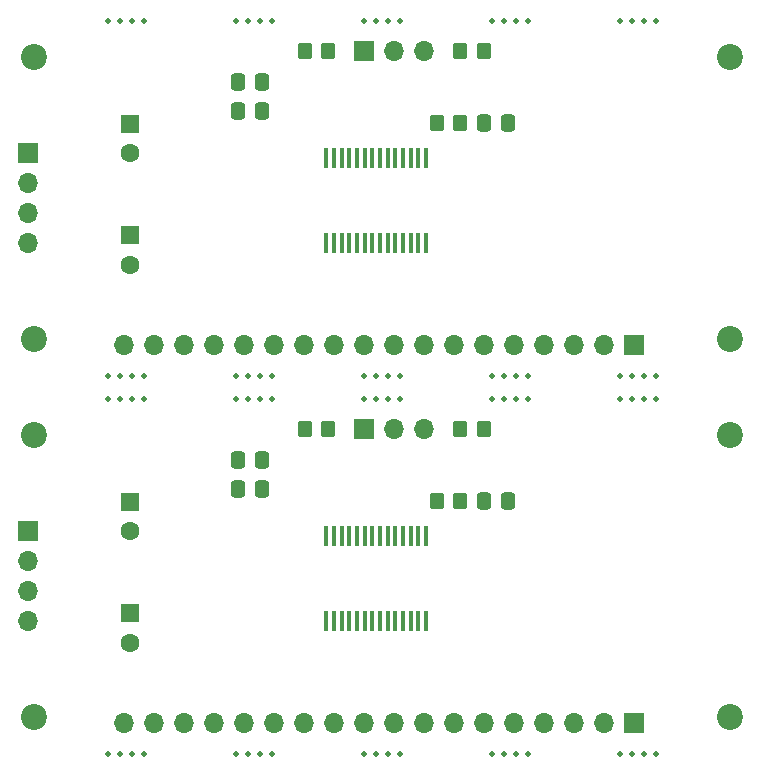
<source format=gbr>
%TF.GenerationSoftware,KiCad,Pcbnew,8.0.4*%
%TF.CreationDate,2024-08-18T00:19:52+02:00*%
%TF.ProjectId,untitled,756e7469-746c-4656-942e-6b696361645f,rev?*%
%TF.SameCoordinates,Original*%
%TF.FileFunction,Soldermask,Top*%
%TF.FilePolarity,Negative*%
%FSLAX46Y46*%
G04 Gerber Fmt 4.6, Leading zero omitted, Abs format (unit mm)*
G04 Created by KiCad (PCBNEW 8.0.4) date 2024-08-18 00:19:52*
%MOMM*%
%LPD*%
G01*
G04 APERTURE LIST*
G04 Aperture macros list*
%AMRoundRect*
0 Rectangle with rounded corners*
0 $1 Rounding radius*
0 $2 $3 $4 $5 $6 $7 $8 $9 X,Y pos of 4 corners*
0 Add a 4 corners polygon primitive as box body*
4,1,4,$2,$3,$4,$5,$6,$7,$8,$9,$2,$3,0*
0 Add four circle primitives for the rounded corners*
1,1,$1+$1,$2,$3*
1,1,$1+$1,$4,$5*
1,1,$1+$1,$6,$7*
1,1,$1+$1,$8,$9*
0 Add four rect primitives between the rounded corners*
20,1,$1+$1,$2,$3,$4,$5,0*
20,1,$1+$1,$4,$5,$6,$7,0*
20,1,$1+$1,$6,$7,$8,$9,0*
20,1,$1+$1,$8,$9,$2,$3,0*%
G04 Aperture macros list end*
%ADD10R,1.600000X1.600000*%
%ADD11C,1.600000*%
%ADD12RoundRect,0.250000X-0.350000X-0.450000X0.350000X-0.450000X0.350000X0.450000X-0.350000X0.450000X0*%
%ADD13C,0.500000*%
%ADD14C,2.200000*%
%ADD15RoundRect,0.250000X0.350000X0.450000X-0.350000X0.450000X-0.350000X-0.450000X0.350000X-0.450000X0*%
%ADD16R,0.450000X1.750000*%
%ADD17R,1.700000X1.700000*%
%ADD18O,1.700000X1.700000*%
%ADD19RoundRect,0.250000X-0.337500X-0.475000X0.337500X-0.475000X0.337500X0.475000X-0.337500X0.475000X0*%
G04 APERTURE END LIST*
D10*
%TO.C,C5*%
X127176000Y-35676500D03*
D11*
X127176000Y-38176500D03*
%TD*%
D12*
%TO.C,R2*%
X141940000Y-61540500D03*
X143940000Y-61540500D03*
%TD*%
D13*
%TO.C,KiKit_MB_20_3*%
X169666666Y-89000500D03*
%TD*%
%TO.C,KiKit_MB_15_4*%
X171666666Y-59000500D03*
%TD*%
D14*
%TO.C,REF\u002A\u002A*%
X177976000Y-85924500D03*
%TD*%
D13*
%TO.C,KiKit_MB_6_3*%
X126333334Y-57000500D03*
%TD*%
%TO.C,KiKit_MB_3_3*%
X149000000Y-27000500D03*
%TD*%
%TO.C,KiKit_MB_7_1*%
X139166667Y-57000500D03*
%TD*%
%TO.C,KiKit_MB_11_4*%
X128333334Y-59000500D03*
%TD*%
%TO.C,KiKit_MB_7_3*%
X137166667Y-57000500D03*
%TD*%
D10*
%TO.C,C5*%
X127176000Y-67676500D03*
D11*
X127176000Y-70176500D03*
%TD*%
D13*
%TO.C,KiKit_MB_16_1*%
X128333334Y-89000500D03*
%TD*%
%TO.C,KiKit_MB_17_1*%
X139166667Y-89000500D03*
%TD*%
D15*
%TO.C,R1*%
X155116000Y-35636500D03*
X153116000Y-35636500D03*
%TD*%
D16*
%TO.C,U1*%
X143779000Y-77796500D03*
X144429000Y-77796500D03*
X145079000Y-77796500D03*
X145729000Y-77796500D03*
X146379000Y-77796500D03*
X147029000Y-77796500D03*
X147679000Y-77796500D03*
X148329000Y-77796500D03*
X148979000Y-77796500D03*
X149629000Y-77796500D03*
X150279000Y-77796500D03*
X150929000Y-77796500D03*
X151579000Y-77796500D03*
X152229000Y-77796500D03*
X152229000Y-70596500D03*
X151579000Y-70596500D03*
X150929000Y-70596500D03*
X150279000Y-70596500D03*
X149629000Y-70596500D03*
X148979000Y-70596500D03*
X148329000Y-70596500D03*
X147679000Y-70596500D03*
X147029000Y-70596500D03*
X146379000Y-70596500D03*
X145729000Y-70596500D03*
X145079000Y-70596500D03*
X144429000Y-70596500D03*
X143779000Y-70596500D03*
%TD*%
D13*
%TO.C,KiKit_MB_6_2*%
X127333334Y-57000500D03*
%TD*%
D17*
%TO.C,J3*%
X146988000Y-29540500D03*
D18*
X149528000Y-29540500D03*
X152068000Y-29540500D03*
%TD*%
D13*
%TO.C,KiKit_MB_16_3*%
X126333334Y-89000500D03*
%TD*%
%TO.C,KiKit_MB_13_1*%
X147000000Y-59000500D03*
%TD*%
%TO.C,KiKit_MB_13_4*%
X150000000Y-59000500D03*
%TD*%
%TO.C,KiKit_MB_7_4*%
X136166667Y-57000500D03*
%TD*%
D15*
%TO.C,R3*%
X157116000Y-29540500D03*
X155116000Y-29540500D03*
%TD*%
D13*
%TO.C,KiKit_MB_7_2*%
X138166667Y-57000500D03*
%TD*%
D12*
%TO.C,R2*%
X141940000Y-29540500D03*
X143940000Y-29540500D03*
%TD*%
D13*
%TO.C,KiKit_MB_19_4*%
X157833333Y-89000500D03*
%TD*%
D16*
%TO.C,U1*%
X143779000Y-45796500D03*
X144429000Y-45796500D03*
X145079000Y-45796500D03*
X145729000Y-45796500D03*
X146379000Y-45796500D03*
X147029000Y-45796500D03*
X147679000Y-45796500D03*
X148329000Y-45796500D03*
X148979000Y-45796500D03*
X149629000Y-45796500D03*
X150279000Y-45796500D03*
X150929000Y-45796500D03*
X151579000Y-45796500D03*
X152229000Y-45796500D03*
X152229000Y-38596500D03*
X151579000Y-38596500D03*
X150929000Y-38596500D03*
X150279000Y-38596500D03*
X149629000Y-38596500D03*
X148979000Y-38596500D03*
X148329000Y-38596500D03*
X147679000Y-38596500D03*
X147029000Y-38596500D03*
X146379000Y-38596500D03*
X145729000Y-38596500D03*
X145079000Y-38596500D03*
X144429000Y-38596500D03*
X143779000Y-38596500D03*
%TD*%
D19*
%TO.C,C8*%
X136277000Y-64118500D03*
X138352000Y-64118500D03*
%TD*%
D13*
%TO.C,KiKit_MB_9_1*%
X160833333Y-57000500D03*
%TD*%
%TO.C,KiKit_MB_2_1*%
X136166667Y-27000500D03*
%TD*%
D17*
%TO.C,J2*%
X169848000Y-86432500D03*
D18*
X167308000Y-86432500D03*
X164768000Y-86432500D03*
X162228000Y-86432500D03*
X159688000Y-86432500D03*
X157148000Y-86432500D03*
X154608000Y-86432500D03*
X152068000Y-86432500D03*
X149528000Y-86432500D03*
X146988000Y-86432500D03*
X144448000Y-86432500D03*
X141908000Y-86432500D03*
X139368000Y-86432500D03*
X136828000Y-86432500D03*
X134288000Y-86432500D03*
X131748000Y-86432500D03*
X129208000Y-86432500D03*
X126668000Y-86432500D03*
%TD*%
D13*
%TO.C,KiKit_MB_9_2*%
X159833333Y-57000500D03*
%TD*%
%TO.C,KiKit_MB_3_2*%
X148000000Y-27000500D03*
%TD*%
%TO.C,KiKit_MB_12_2*%
X137166667Y-59000500D03*
%TD*%
%TO.C,KiKit_MB_5_3*%
X170666666Y-27000500D03*
%TD*%
%TO.C,KiKit_MB_12_3*%
X138166667Y-59000500D03*
%TD*%
%TO.C,KiKit_MB_19_2*%
X159833333Y-89000500D03*
%TD*%
%TO.C,KiKit_MB_4_3*%
X159833333Y-27000500D03*
%TD*%
%TO.C,KiKit_MB_17_2*%
X138166667Y-89000500D03*
%TD*%
%TO.C,KiKit_MB_20_2*%
X170666666Y-89000500D03*
%TD*%
D17*
%TO.C,J2*%
X169848000Y-54432500D03*
D18*
X167308000Y-54432500D03*
X164768000Y-54432500D03*
X162228000Y-54432500D03*
X159688000Y-54432500D03*
X157148000Y-54432500D03*
X154608000Y-54432500D03*
X152068000Y-54432500D03*
X149528000Y-54432500D03*
X146988000Y-54432500D03*
X144448000Y-54432500D03*
X141908000Y-54432500D03*
X139368000Y-54432500D03*
X136828000Y-54432500D03*
X134288000Y-54432500D03*
X131748000Y-54432500D03*
X129208000Y-54432500D03*
X126668000Y-54432500D03*
%TD*%
D13*
%TO.C,KiKit_MB_19_3*%
X158833333Y-89000500D03*
%TD*%
%TO.C,KiKit_MB_18_4*%
X147000000Y-89000500D03*
%TD*%
D14*
%TO.C,REF\u002A\u002A*%
X177976000Y-30048500D03*
%TD*%
D13*
%TO.C,KiKit_MB_4_4*%
X160833333Y-27000500D03*
%TD*%
%TO.C,KiKit_MB_2_3*%
X138166667Y-27000500D03*
%TD*%
D19*
%TO.C,C1*%
X157126500Y-67636500D03*
X159201500Y-67636500D03*
%TD*%
D13*
%TO.C,KiKit_MB_5_2*%
X169666666Y-27000500D03*
%TD*%
D15*
%TO.C,R1*%
X155116000Y-67636500D03*
X153116000Y-67636500D03*
%TD*%
D14*
%TO.C,REF\u002A\u002A*%
X177976000Y-62048500D03*
%TD*%
D13*
%TO.C,KiKit_MB_16_2*%
X127333334Y-89000500D03*
%TD*%
%TO.C,KiKit_MB_3_4*%
X150000000Y-27000500D03*
%TD*%
%TO.C,KiKit_MB_6_1*%
X128333334Y-57000500D03*
%TD*%
%TO.C,KiKit_MB_20_1*%
X171666666Y-89000500D03*
%TD*%
%TO.C,KiKit_MB_12_1*%
X136166667Y-59000500D03*
%TD*%
%TO.C,KiKit_MB_5_4*%
X171666666Y-27000500D03*
%TD*%
D14*
%TO.C,REF\u002A\u002A*%
X119048000Y-62048500D03*
%TD*%
D13*
%TO.C,KiKit_MB_8_4*%
X147000000Y-57000500D03*
%TD*%
D14*
%TO.C,REF\u002A\u002A*%
X119048000Y-30048500D03*
%TD*%
D13*
%TO.C,KiKit_MB_9_3*%
X158833333Y-57000500D03*
%TD*%
%TO.C,KiKit_MB_10_2*%
X170666666Y-57000500D03*
%TD*%
%TO.C,KiKit_MB_11_1*%
X125333334Y-59000500D03*
%TD*%
D10*
%TO.C,C2*%
X127176000Y-45122121D03*
D11*
X127176000Y-47622121D03*
%TD*%
D13*
%TO.C,KiKit_MB_1_2*%
X126333334Y-27000500D03*
%TD*%
%TO.C,KiKit_MB_17_3*%
X137166667Y-89000500D03*
%TD*%
D19*
%TO.C,C8*%
X136277000Y-32118500D03*
X138352000Y-32118500D03*
%TD*%
D13*
%TO.C,KiKit_MB_11_2*%
X126333334Y-59000500D03*
%TD*%
%TO.C,KiKit_MB_14_3*%
X159833333Y-59000500D03*
%TD*%
%TO.C,KiKit_MB_6_4*%
X125333334Y-57000500D03*
%TD*%
%TO.C,KiKit_MB_2_2*%
X137166667Y-27000500D03*
%TD*%
%TO.C,KiKit_MB_17_4*%
X136166667Y-89000500D03*
%TD*%
D19*
%TO.C,C9*%
X136277000Y-66620500D03*
X138352000Y-66620500D03*
%TD*%
D17*
%TO.C,J4*%
X118540000Y-38176500D03*
D18*
X118540000Y-40716500D03*
X118540000Y-43256500D03*
X118540000Y-45796500D03*
%TD*%
D13*
%TO.C,KiKit_MB_18_2*%
X149000000Y-89000500D03*
%TD*%
%TO.C,KiKit_MB_20_4*%
X168666666Y-89000500D03*
%TD*%
D14*
%TO.C,REF\u002A\u002A*%
X177976000Y-53924500D03*
%TD*%
D19*
%TO.C,C9*%
X136277000Y-34620500D03*
X138352000Y-34620500D03*
%TD*%
D13*
%TO.C,KiKit_MB_14_1*%
X157833333Y-59000500D03*
%TD*%
%TO.C,KiKit_MB_8_3*%
X148000000Y-57000500D03*
%TD*%
%TO.C,KiKit_MB_15_2*%
X169666666Y-59000500D03*
%TD*%
D17*
%TO.C,J4*%
X118540000Y-70176500D03*
D18*
X118540000Y-72716500D03*
X118540000Y-75256500D03*
X118540000Y-77796500D03*
%TD*%
D13*
%TO.C,KiKit_MB_1_4*%
X128333334Y-27000500D03*
%TD*%
%TO.C,KiKit_MB_16_4*%
X125333334Y-89000500D03*
%TD*%
%TO.C,KiKit_MB_14_4*%
X160833333Y-59000500D03*
%TD*%
%TO.C,KiKit_MB_11_3*%
X127333334Y-59000500D03*
%TD*%
D14*
%TO.C,REF\u002A\u002A*%
X119048000Y-53924500D03*
%TD*%
D13*
%TO.C,KiKit_MB_18_1*%
X150000000Y-89000500D03*
%TD*%
%TO.C,KiKit_MB_13_2*%
X148000000Y-59000500D03*
%TD*%
%TO.C,KiKit_MB_12_4*%
X139166667Y-59000500D03*
%TD*%
%TO.C,KiKit_MB_10_4*%
X168666666Y-57000500D03*
%TD*%
%TO.C,KiKit_MB_5_1*%
X168666666Y-27000500D03*
%TD*%
%TO.C,KiKit_MB_15_1*%
X168666666Y-59000500D03*
%TD*%
%TO.C,KiKit_MB_8_2*%
X149000000Y-57000500D03*
%TD*%
%TO.C,KiKit_MB_19_1*%
X160833333Y-89000500D03*
%TD*%
%TO.C,KiKit_MB_8_1*%
X150000000Y-57000500D03*
%TD*%
D19*
%TO.C,C1*%
X157126500Y-35636500D03*
X159201500Y-35636500D03*
%TD*%
D15*
%TO.C,R3*%
X157116000Y-61540500D03*
X155116000Y-61540500D03*
%TD*%
D13*
%TO.C,KiKit_MB_4_2*%
X158833333Y-27000500D03*
%TD*%
%TO.C,KiKit_MB_14_2*%
X158833333Y-59000500D03*
%TD*%
%TO.C,KiKit_MB_15_3*%
X170666666Y-59000500D03*
%TD*%
%TO.C,KiKit_MB_18_3*%
X148000000Y-89000500D03*
%TD*%
%TO.C,KiKit_MB_1_3*%
X127333334Y-27000500D03*
%TD*%
%TO.C,KiKit_MB_10_1*%
X171666666Y-57000500D03*
%TD*%
%TO.C,KiKit_MB_3_1*%
X147000000Y-27000500D03*
%TD*%
D14*
%TO.C,REF\u002A\u002A*%
X119048000Y-85924500D03*
%TD*%
D17*
%TO.C,J3*%
X146988000Y-61540500D03*
D18*
X149528000Y-61540500D03*
X152068000Y-61540500D03*
%TD*%
D13*
%TO.C,KiKit_MB_1_1*%
X125333334Y-27000500D03*
%TD*%
%TO.C,KiKit_MB_10_3*%
X169666666Y-57000500D03*
%TD*%
%TO.C,KiKit_MB_2_4*%
X139166667Y-27000500D03*
%TD*%
%TO.C,KiKit_MB_9_4*%
X157833333Y-57000500D03*
%TD*%
D10*
%TO.C,C2*%
X127176000Y-77122121D03*
D11*
X127176000Y-79622121D03*
%TD*%
D13*
%TO.C,KiKit_MB_4_1*%
X157833333Y-27000500D03*
%TD*%
%TO.C,KiKit_MB_13_3*%
X149000000Y-59000500D03*
%TD*%
M02*

</source>
